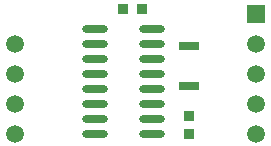
<source format=gbr>
G04 Layer_Color=255*
%FSLAX26Y26*%
%MOIN*%
%TF.FileFunction,Pads,Top*%
%TF.Part,Single*%
G01*
G75*
%TA.AperFunction,SMDPad,CuDef*%
%ADD10R,0.035433X0.037402*%
%ADD11O,0.086614X0.023622*%
%ADD12R,0.037402X0.035433*%
%ADD13R,0.070866X0.029528*%
%TA.AperFunction,ComponentPad*%
%ADD16R,0.059055X0.059055*%
%ADD17C,0.059055*%
D10*
X425000Y480000D02*
D03*
X486024D02*
D03*
D11*
X519488Y65000D02*
D03*
Y115000D02*
D03*
Y165000D02*
D03*
Y215000D02*
D03*
Y265000D02*
D03*
Y315000D02*
D03*
Y365000D02*
D03*
Y415000D02*
D03*
X330512Y65000D02*
D03*
Y115000D02*
D03*
Y165000D02*
D03*
Y215000D02*
D03*
Y265000D02*
D03*
Y315000D02*
D03*
Y365000D02*
D03*
Y415000D02*
D03*
D12*
X645000Y64488D02*
D03*
Y125512D02*
D03*
D13*
Y224055D02*
D03*
Y355945D02*
D03*
D16*
X866000Y465000D02*
D03*
D17*
Y365000D02*
D03*
Y265000D02*
D03*
Y165000D02*
D03*
Y65000D02*
D03*
X65000Y365000D02*
D03*
Y265000D02*
D03*
Y165000D02*
D03*
Y65000D02*
D03*
%TF.MD5,fc018c0e94675701e219135106c40778*%
M02*

</source>
